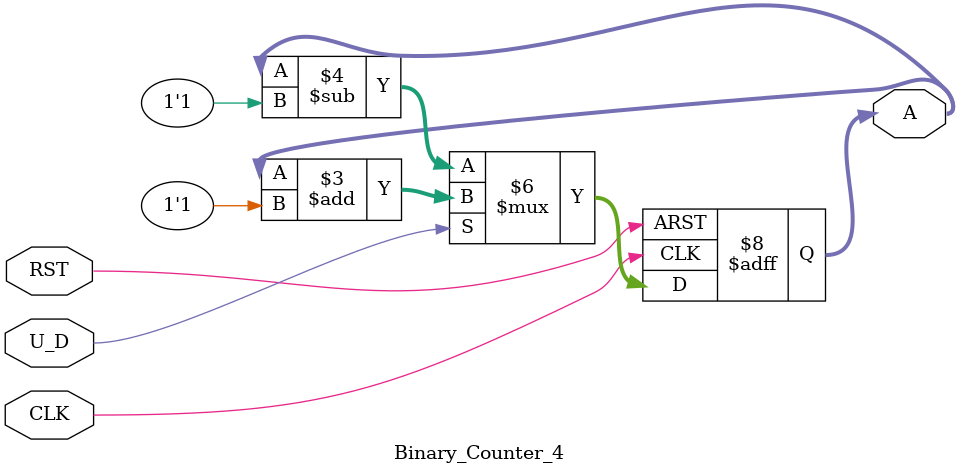
<source format=v>
module Binary_Counter_4 (
output reg [3:0] A,
input  U_D,CLK,RST
);
always @ ( posedge CLK, negedge RST)

if (~RST) A<=4'b0000 ;            // IF CLEAR==1 , PRESET==0 THEN RESET TO ZERO
else if (U_D) A <= A + 1'b1;      // IF UPDOWN input ==1 , count upwards
else A <= A - 1'b1;             //else updown input==0 , count downwards. 
//We don't have to check for A==1111 , because 1111+0001=0000
//and we don't have to check for A==0000, because 0000-1=1111
endmodule
</source>
